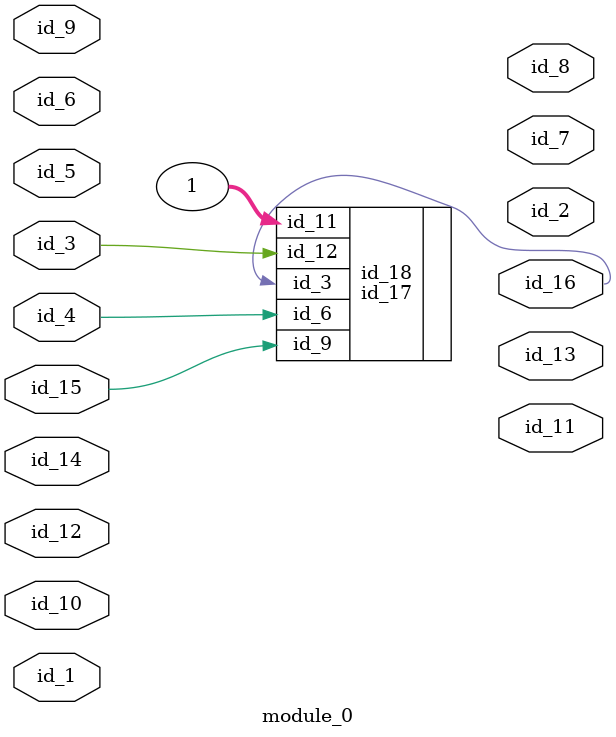
<source format=v>
module module_0 (
    id_1,
    id_2,
    id_3,
    id_4,
    id_5,
    id_6,
    id_7,
    id_8,
    id_9,
    id_10,
    id_11,
    id_12,
    id_13,
    id_14,
    id_15,
    id_16
);
  output id_16;
  input id_15;
  input id_14;
  output id_13;
  input id_12;
  output id_11;
  input id_10;
  input id_9;
  output id_8;
  output id_7;
  input id_6;
  input id_5;
  input id_4;
  input id_3;
  output id_2;
  input id_1;
  id_17 id_18 (
      .id_6 (id_4),
      .id_11(1),
      .id_3 (id_16),
      .id_9 (id_15),
      .id_12(id_3)
  );
endmodule

</source>
